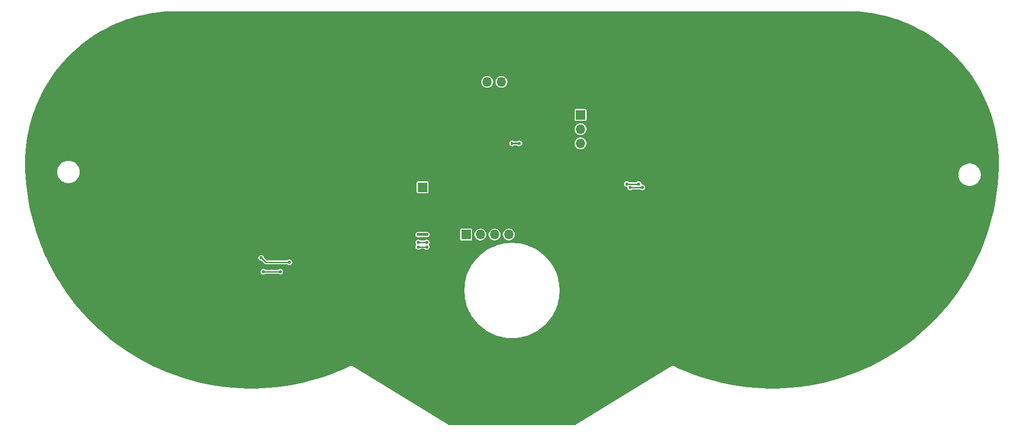
<source format=gbr>
%TF.GenerationSoftware,KiCad,Pcbnew,9.0.1*%
%TF.CreationDate,2025-05-07T21:08:06+02:00*%
%TF.ProjectId,hoofd nieuw V3,686f6f66-6420-46e6-9965-75772056332e,rev?*%
%TF.SameCoordinates,Original*%
%TF.FileFunction,Copper,L2,Bot*%
%TF.FilePolarity,Positive*%
%FSLAX46Y46*%
G04 Gerber Fmt 4.6, Leading zero omitted, Abs format (unit mm)*
G04 Created by KiCad (PCBNEW 9.0.1) date 2025-05-07 21:08:06*
%MOMM*%
%LPD*%
G01*
G04 APERTURE LIST*
%TA.AperFunction,ComponentPad*%
%ADD10R,1.700000X1.700000*%
%TD*%
%TA.AperFunction,ComponentPad*%
%ADD11O,1.700000X1.700000*%
%TD*%
%TA.AperFunction,ViaPad*%
%ADD12C,0.600000*%
%TD*%
%TA.AperFunction,Conductor*%
%ADD13C,0.250000*%
%TD*%
%TA.AperFunction,Conductor*%
%ADD14C,0.550000*%
%TD*%
%TA.AperFunction,Conductor*%
%ADD15C,0.300000*%
%TD*%
G04 APERTURE END LIST*
D10*
%TO.P,J4,1,Pin_1*%
%TO.N,GND*%
X132150000Y-33150000D03*
D11*
%TO.P,J4,2,Pin_2*%
%TO.N,Net-(J4-Pin_2)*%
X129610000Y-33150000D03*
%TO.P,J4,3,Pin_3*%
%TO.N,+3.3V*%
X127070000Y-33150000D03*
%TD*%
D10*
%TO.P,J3,1,Pin_1*%
%TO.N,+3.3V*%
X123310000Y-60450000D03*
D11*
%TO.P,J3,2,Pin_2*%
%TO.N,/SDA*%
X125850000Y-60450000D03*
%TO.P,J3,3,Pin_3*%
%TO.N,/SCL*%
X128390000Y-60450000D03*
%TO.P,J3,4,Pin_4*%
%TO.N,/mode*%
X130930000Y-60450000D03*
%TO.P,J3,5,Pin_5*%
%TO.N,GND*%
X133470000Y-60450000D03*
%TD*%
D10*
%TO.P,J2,1,Pin_1*%
%TO.N,+5V*%
X115525000Y-52000000D03*
D11*
%TO.P,J2,2,Pin_2*%
%TO.N,GND*%
X118065000Y-52000000D03*
%TD*%
D10*
%TO.P,J1,1,Pin_1*%
%TO.N,+3.3V*%
X143750000Y-39060000D03*
D11*
%TO.P,J1,2,Pin_2*%
%TO.N,/SCL*%
X143750000Y-41600000D03*
%TO.P,J1,3,Pin_3*%
%TO.N,/SDA*%
X143750000Y-44140000D03*
%TO.P,J1,4,Pin_4*%
%TO.N,GND*%
X143750000Y-46680000D03*
%TD*%
D12*
%TO.N,/SDA*%
X91715657Y-65415657D03*
X86700000Y-64600000D03*
%TO.N,/SCL*%
X90100000Y-67100000D03*
X87100000Y-67100000D03*
%TO.N,GND*%
X145500000Y-41500000D03*
X114300000Y-73200000D03*
X216000000Y-40000000D03*
X60675113Y-70000534D03*
X46000000Y-45000000D03*
X101000000Y-65000000D03*
X186000000Y-45000000D03*
X76000000Y-80000000D03*
X191000000Y-60000000D03*
X76000000Y-25000000D03*
X146000000Y-70000000D03*
X136000000Y-80000000D03*
X71000000Y-65000000D03*
X176000000Y-25000000D03*
X46000000Y-50000000D03*
X71000000Y-75000000D03*
X151000000Y-40000000D03*
X181000000Y-60000000D03*
X91000000Y-45000000D03*
X206000000Y-35000000D03*
X111000000Y-55000000D03*
X201000000Y-45000000D03*
X101000000Y-57500000D03*
X86000000Y-45000000D03*
X171000000Y-75000000D03*
X96000000Y-40000000D03*
X126000000Y-25000000D03*
X116000000Y-35000000D03*
X121000000Y-25000000D03*
X146000000Y-35000000D03*
X99800000Y-46600000D03*
X161000000Y-80000000D03*
X114400000Y-73800000D03*
X101000000Y-80000000D03*
X51000000Y-35000000D03*
X56000000Y-55000000D03*
X211000000Y-55000000D03*
X91000000Y-40000000D03*
X66000000Y-40000000D03*
X96000000Y-55000000D03*
X206000000Y-40000000D03*
X76000000Y-70000000D03*
X51000000Y-45000000D03*
X71000000Y-25000000D03*
X86000000Y-55000000D03*
X81000000Y-30000000D03*
X111000000Y-30000000D03*
X121000000Y-85000000D03*
X196000000Y-70000000D03*
X181000000Y-35000000D03*
X66000000Y-35000000D03*
X141000000Y-65000000D03*
X121000000Y-80000000D03*
X211000000Y-65000000D03*
X96000000Y-45000000D03*
X96000000Y-70000000D03*
X111000000Y-35000000D03*
X91000000Y-35000000D03*
X96000000Y-80000000D03*
X81000000Y-60000000D03*
X161000000Y-30000000D03*
X56000000Y-60000000D03*
X181000000Y-55000000D03*
X86000000Y-85000000D03*
X51000000Y-40000000D03*
X206000000Y-55000000D03*
X66000000Y-65000000D03*
X106000000Y-25000000D03*
X161000000Y-55000000D03*
X106000000Y-30000000D03*
X91000000Y-30000000D03*
X141000000Y-75000000D03*
X60675113Y-60000534D03*
X216000000Y-55000000D03*
X106000000Y-50000000D03*
X66000000Y-55000000D03*
X101000000Y-70000000D03*
X81000000Y-55000000D03*
X106000000Y-70000000D03*
X81000000Y-45000000D03*
X171000000Y-25000000D03*
X113800000Y-74800000D03*
X71000000Y-70000000D03*
X176000000Y-30000000D03*
X206000000Y-30000000D03*
X176000000Y-80000000D03*
X206000000Y-65000000D03*
X101000000Y-35000000D03*
X121660000Y-42820000D03*
X111000000Y-57500000D03*
X151000000Y-70000000D03*
X71000000Y-55000000D03*
X146000000Y-30000000D03*
X81000000Y-85000000D03*
X60675113Y-40000534D03*
X201000000Y-35000000D03*
X191000000Y-85000000D03*
X101000000Y-25000000D03*
X98800000Y-48500000D03*
X211000000Y-60000000D03*
X161000000Y-35000000D03*
X171000000Y-85000000D03*
X96000000Y-50000000D03*
X86000000Y-70000000D03*
X129700000Y-42800000D03*
X51000000Y-60000000D03*
X56000000Y-50000000D03*
X106000000Y-35000000D03*
X186000000Y-50000000D03*
X191000000Y-30000000D03*
X176000000Y-40000000D03*
X96000000Y-25000000D03*
X191000000Y-50000000D03*
X156000000Y-80000000D03*
X60675113Y-35000534D03*
X151000000Y-85000000D03*
X161000000Y-65000000D03*
X151000000Y-75000000D03*
X111000000Y-50000000D03*
X98200000Y-47000000D03*
X191000000Y-45000000D03*
X76000000Y-50000000D03*
X186000000Y-40000000D03*
X86000000Y-40000000D03*
X186000000Y-70000000D03*
X201000000Y-40000000D03*
X196000000Y-80000000D03*
X161300000Y-56200000D03*
X131000000Y-25000000D03*
X146000000Y-65000000D03*
X116400000Y-64500000D03*
X156000000Y-65000000D03*
X51000000Y-65000000D03*
X166000000Y-60000000D03*
X66000000Y-30000000D03*
X118990000Y-44300000D03*
X191000000Y-35000000D03*
X111000000Y-65000000D03*
X106000000Y-75000000D03*
X116000000Y-30000000D03*
X171000000Y-40000000D03*
X96000000Y-85000000D03*
X71000000Y-35000000D03*
X201000000Y-55000000D03*
X91000000Y-60000000D03*
X142450000Y-43270000D03*
X111000000Y-25000000D03*
X216000000Y-50000000D03*
X121000000Y-75000000D03*
X136000000Y-25000000D03*
X98200000Y-62700000D03*
X151000000Y-35000000D03*
X146500000Y-44000000D03*
X116000000Y-75000000D03*
X86000000Y-75000000D03*
X96000000Y-30000000D03*
X186000000Y-30000000D03*
X191000000Y-70000000D03*
X116000000Y-90000000D03*
X134000000Y-41500000D03*
X116300000Y-59630000D03*
X61000000Y-25000000D03*
X171000000Y-45000000D03*
X91000000Y-75000000D03*
X98300000Y-48200000D03*
X60675113Y-65000534D03*
X186000000Y-80000000D03*
X136000000Y-45000000D03*
X181000000Y-25000000D03*
X111000000Y-85000000D03*
X121000000Y-50000000D03*
X201000000Y-70000000D03*
X76000000Y-40000000D03*
X161000000Y-25000000D03*
X101000000Y-75000000D03*
X146000000Y-75000000D03*
X181000000Y-85000000D03*
X171000000Y-50000000D03*
X141000000Y-25000000D03*
X141000000Y-60000000D03*
X151000000Y-25000000D03*
X166000000Y-75000000D03*
X171000000Y-70000000D03*
X161000000Y-50000000D03*
X56000000Y-35000000D03*
X91000000Y-85000000D03*
X166000000Y-80000000D03*
X181000000Y-45000000D03*
X166000000Y-70000000D03*
X201000000Y-25000000D03*
X71000000Y-50000000D03*
X98600000Y-46500000D03*
X171000000Y-30000000D03*
X129700000Y-41300000D03*
X181000000Y-30000000D03*
X211000000Y-35000000D03*
X99200000Y-46500000D03*
X201000000Y-65000000D03*
X106000000Y-55000000D03*
X121000000Y-70000000D03*
X114300000Y-74400000D03*
X146500000Y-45000000D03*
X106000000Y-57500000D03*
X206000000Y-60000000D03*
X141000000Y-90000000D03*
X106000000Y-85000000D03*
X176000000Y-45000000D03*
X161000000Y-70000000D03*
X98100000Y-47600000D03*
X116000000Y-50000000D03*
X81000000Y-70000000D03*
X181000000Y-40000000D03*
X161000000Y-45000000D03*
X91000000Y-55000000D03*
X156000000Y-70000000D03*
X141000000Y-50000000D03*
X125100000Y-64200000D03*
X76000000Y-55000000D03*
X60675113Y-55000534D03*
X151000000Y-30000000D03*
X156000000Y-50000000D03*
X46000000Y-55000000D03*
X196000000Y-65000000D03*
X166000000Y-45000000D03*
X211000000Y-45000000D03*
X146820000Y-48220000D03*
X81000000Y-40000000D03*
X116000000Y-25000000D03*
X161900000Y-57200000D03*
X91000000Y-50000000D03*
X126000000Y-50000000D03*
X118990000Y-45600000D03*
X156000000Y-35000000D03*
X151000000Y-45000000D03*
X66000000Y-60000000D03*
X161400000Y-55600000D03*
X162500000Y-55200000D03*
X56000000Y-30000000D03*
X101430000Y-44790000D03*
X206000000Y-70000000D03*
X56000000Y-45000000D03*
X56000000Y-70000000D03*
X131000000Y-50000000D03*
X81000000Y-75000000D03*
X136000000Y-85000000D03*
X133290000Y-43380000D03*
X176000000Y-75000000D03*
X121000000Y-30000000D03*
X60675113Y-30000534D03*
X71000000Y-80000000D03*
X186000000Y-55000000D03*
X141000000Y-30000000D03*
X161000000Y-75000000D03*
X181000000Y-75000000D03*
X129600000Y-61100000D03*
X186000000Y-75000000D03*
X166000000Y-50000000D03*
X166000000Y-25000000D03*
X151000000Y-55000000D03*
X114710000Y-59620000D03*
X156000000Y-40000000D03*
X96000000Y-75000000D03*
X60675113Y-50000534D03*
X116000000Y-40000000D03*
X171000000Y-80000000D03*
X211000000Y-40000000D03*
X101000000Y-30000000D03*
X201000000Y-50000000D03*
X151000000Y-65000000D03*
X186000000Y-65000000D03*
X111000000Y-40000000D03*
X163000000Y-55500000D03*
X161400000Y-56800000D03*
X181000000Y-80000000D03*
X101000000Y-40000000D03*
X114260000Y-53200000D03*
X186000000Y-60000000D03*
X56000000Y-75000000D03*
X75160000Y-37200000D03*
X60675113Y-45000534D03*
X66000000Y-80000000D03*
X123200000Y-73400000D03*
X146000000Y-55000000D03*
X111000000Y-70000000D03*
X121000000Y-65000000D03*
X56000000Y-65000000D03*
X81000000Y-35000000D03*
X191000000Y-55000000D03*
X86000000Y-50000000D03*
X126000000Y-55000000D03*
X216000000Y-45000000D03*
X101000000Y-50000000D03*
X71000000Y-60000000D03*
X66000000Y-45000000D03*
X191000000Y-65000000D03*
X113200000Y-74800000D03*
X126000000Y-45000000D03*
X191000000Y-80000000D03*
X86000000Y-30000000D03*
X121000000Y-90000000D03*
X121000000Y-55000000D03*
X151000000Y-60000000D03*
X196000000Y-30000000D03*
X113800000Y-72800000D03*
X201000000Y-75000000D03*
X206000000Y-75000000D03*
X206000000Y-50000000D03*
X126000000Y-80000000D03*
X86000000Y-25000000D03*
X76000000Y-45000000D03*
X124700000Y-59600000D03*
X166000000Y-30000000D03*
X51000000Y-55000000D03*
X176000000Y-55000000D03*
X86000000Y-60000000D03*
X176000000Y-60000000D03*
X216000000Y-60000000D03*
X136000000Y-50000000D03*
X181000000Y-50000000D03*
X211000000Y-30000000D03*
X71000000Y-45000000D03*
X181000000Y-70000000D03*
X141000000Y-45000000D03*
X76000000Y-65000000D03*
X60675113Y-75000534D03*
X66000000Y-50000000D03*
X139710000Y-73630000D03*
X146000000Y-25000000D03*
X76000000Y-75000000D03*
X121790000Y-45150000D03*
X176000000Y-50000000D03*
X191000000Y-75000000D03*
X196000000Y-75000000D03*
X101000000Y-55000000D03*
X166000000Y-85000000D03*
X156000000Y-25000000D03*
X211000000Y-70000000D03*
X156000000Y-60000000D03*
X91000000Y-25000000D03*
X201000000Y-80000000D03*
X116400000Y-69100000D03*
X131000000Y-55000000D03*
X141000000Y-80000000D03*
X186000000Y-25000000D03*
X121000000Y-35000000D03*
X156000000Y-85000000D03*
X131000000Y-80000000D03*
X141000000Y-35000000D03*
X71000000Y-30000000D03*
X141000000Y-70000000D03*
X156000000Y-30000000D03*
X146000000Y-60000000D03*
X76000000Y-85000000D03*
X142000000Y-41500000D03*
X86000000Y-80000000D03*
X106000000Y-40000000D03*
X166000000Y-40000000D03*
X81000000Y-80000000D03*
X131000000Y-45000000D03*
X66000000Y-70000000D03*
X125500000Y-61900000D03*
X76000000Y-30000000D03*
X191000000Y-25000000D03*
X186000000Y-85000000D03*
X166000000Y-65000000D03*
X156000000Y-75000000D03*
X66000000Y-25000000D03*
X146000000Y-90000000D03*
X201000000Y-60000000D03*
X106000000Y-80000000D03*
X81000000Y-50000000D03*
X206000000Y-45000000D03*
X71000000Y-85000000D03*
X201000000Y-30000000D03*
X141000000Y-85000000D03*
X146000000Y-80000000D03*
X96000000Y-35000000D03*
X86000000Y-35000000D03*
X56000000Y-40000000D03*
X156000000Y-55000000D03*
X111000000Y-75000000D03*
X176000000Y-85000000D03*
X81000000Y-25000000D03*
X76000000Y-60000000D03*
X46000000Y-40000000D03*
X171000000Y-55000000D03*
X196000000Y-35000000D03*
X161900000Y-55200000D03*
X196000000Y-25000000D03*
X66000000Y-75000000D03*
X161000000Y-60000000D03*
X106000000Y-65000000D03*
X91000000Y-80000000D03*
X136000000Y-55000000D03*
%TO.N,+3.3V*%
X114775000Y-60450000D03*
X116275000Y-60450000D03*
%TO.N,/SDA*%
X152640523Y-52029477D03*
X131525000Y-44140000D03*
X154786105Y-52025000D03*
X114775000Y-61860000D03*
X132825000Y-44140000D03*
X116275000Y-61860000D03*
%TO.N,/SCL*%
X154131185Y-51398815D03*
X116275000Y-62660003D03*
X114775000Y-62660003D03*
X152010523Y-51399477D03*
%TD*%
D13*
%TO.N,/SCL*%
X87100000Y-67100000D02*
X90100000Y-67100000D01*
%TO.N,/SDA*%
X91715657Y-65415657D02*
X87515657Y-65415657D01*
X87515657Y-65415657D02*
X86700000Y-64600000D01*
D14*
%TO.N,+3.3V*%
X114775000Y-60450000D02*
X116275000Y-60450000D01*
D13*
%TO.N,/SDA*%
X116265000Y-61860000D02*
X116275000Y-61870000D01*
X154786105Y-52025000D02*
X152645000Y-52025000D01*
D15*
X132825000Y-44140000D02*
X131535000Y-44140000D01*
D13*
X114775000Y-61860000D02*
X116265000Y-61860000D01*
X116275000Y-61870000D02*
X116275000Y-61860000D01*
X152645000Y-52025000D02*
X152640523Y-52029477D01*
D15*
X131535000Y-44140000D02*
X131525000Y-44140000D01*
X131535000Y-44140000D02*
X131525000Y-44130000D01*
D13*
%TO.N,/SCL*%
X116265000Y-62660003D02*
X116275000Y-62670003D01*
X152011185Y-51398815D02*
X152010523Y-51399477D01*
X114775000Y-62660003D02*
X116265000Y-62660003D01*
X154131185Y-51398815D02*
X152011185Y-51398815D01*
X116275000Y-62670003D02*
X116275000Y-62660003D01*
%TD*%
%TA.AperFunction,Conductor*%
%TO.N,GND*%
G36*
X191501390Y-20500526D02*
G01*
X192506785Y-20519329D01*
X192512280Y-20519534D01*
X193514936Y-20575842D01*
X193520435Y-20576254D01*
X194520222Y-20670007D01*
X194525743Y-20670630D01*
X195521332Y-20801701D01*
X195526753Y-20802518D01*
X196516803Y-20970735D01*
X196522230Y-20971762D01*
X197505243Y-21176868D01*
X197510638Y-21178099D01*
X198485297Y-21419819D01*
X198490640Y-21421251D01*
X199455606Y-21699252D01*
X199460868Y-21700876D01*
X200414726Y-22014752D01*
X200419952Y-22016580D01*
X201361449Y-22365918D01*
X201366574Y-22367929D01*
X202294307Y-22752209D01*
X202299407Y-22754433D01*
X203212111Y-23173129D01*
X203217131Y-23175547D01*
X204113541Y-23628075D01*
X204118446Y-23630667D01*
X204997333Y-24116411D01*
X205002103Y-24119165D01*
X205862228Y-24637441D01*
X205866896Y-24640373D01*
X206454493Y-25025095D01*
X206707029Y-25190440D01*
X206711633Y-25193579D01*
X207530582Y-25774654D01*
X207535065Y-25777963D01*
X208331708Y-26389249D01*
X208336065Y-26392724D01*
X209109271Y-27033350D01*
X209113495Y-27036984D01*
X209862255Y-27706117D01*
X209866339Y-27709907D01*
X210589522Y-28406536D01*
X210593463Y-28410477D01*
X211290092Y-29133660D01*
X211293882Y-29137744D01*
X211963015Y-29886504D01*
X211966649Y-29890728D01*
X212607275Y-30663934D01*
X212610750Y-30668291D01*
X213222036Y-31464934D01*
X213225345Y-31469417D01*
X213806420Y-32288366D01*
X213809559Y-32292970D01*
X214359610Y-33133078D01*
X214362567Y-33137785D01*
X214773433Y-33819654D01*
X214880818Y-33997868D01*
X214883598Y-34002683D01*
X215015918Y-34242099D01*
X215369320Y-34881531D01*
X215371924Y-34886458D01*
X215824452Y-35782868D01*
X215826870Y-35787888D01*
X216245562Y-36700585D01*
X216247790Y-36705692D01*
X216632057Y-37633394D01*
X216634093Y-37638581D01*
X216983413Y-38580030D01*
X216985253Y-38585290D01*
X217299113Y-39539099D01*
X217300756Y-39544424D01*
X217578743Y-40509340D01*
X217580185Y-40514722D01*
X217821895Y-41489342D01*
X217823135Y-41494775D01*
X218028232Y-42477745D01*
X218029268Y-42483219D01*
X218197474Y-43473202D01*
X218198304Y-43478713D01*
X218329368Y-44474248D01*
X218329992Y-44479785D01*
X218423742Y-45479535D01*
X218424159Y-45485092D01*
X218480463Y-46487683D01*
X218480671Y-46493251D01*
X218499452Y-47497451D01*
X218499460Y-47502552D01*
X218479982Y-48756016D01*
X218479838Y-48760644D01*
X218421415Y-50013107D01*
X218421128Y-50017728D01*
X218323816Y-51267812D01*
X218323385Y-51272422D01*
X218187281Y-52518862D01*
X218186707Y-52523456D01*
X218011940Y-53765082D01*
X218011223Y-53769656D01*
X217797970Y-55005208D01*
X217797112Y-55009758D01*
X217545567Y-56238117D01*
X217544568Y-56242638D01*
X217254972Y-57462615D01*
X217253832Y-57467103D01*
X216926486Y-58677441D01*
X216925208Y-58681891D01*
X216560413Y-59881480D01*
X216558998Y-59885888D01*
X216157086Y-61073630D01*
X216155533Y-61077992D01*
X215716949Y-62252570D01*
X215715263Y-62256882D01*
X215240361Y-63417350D01*
X215238541Y-63421607D01*
X214727824Y-64566737D01*
X214725872Y-64570936D01*
X214179830Y-65699629D01*
X214177749Y-65703765D01*
X213596900Y-66814948D01*
X213594692Y-66819017D01*
X212979591Y-67911633D01*
X212977257Y-67915632D01*
X212328530Y-68988567D01*
X212326074Y-68992492D01*
X211644277Y-70044827D01*
X211641699Y-70048673D01*
X210927565Y-71079271D01*
X210924869Y-71083035D01*
X210179058Y-72090950D01*
X210176246Y-72094629D01*
X209399479Y-73078882D01*
X209396555Y-73082471D01*
X208589574Y-74042127D01*
X208586539Y-74045624D01*
X207750155Y-74979716D01*
X207747014Y-74983117D01*
X206881982Y-75890802D01*
X206878736Y-75894104D01*
X205985922Y-76774472D01*
X205982575Y-76777671D01*
X205062854Y-77629860D01*
X205059409Y-77632954D01*
X204113646Y-78456163D01*
X204110107Y-78459148D01*
X203139234Y-79252566D01*
X203135604Y-79255440D01*
X202140515Y-80018335D01*
X202136797Y-80021094D01*
X201118527Y-80752673D01*
X201114725Y-80755316D01*
X200074189Y-81454921D01*
X200070307Y-81457444D01*
X199008573Y-82124361D01*
X199004615Y-82126763D01*
X197922621Y-82760399D01*
X197918590Y-82762676D01*
X196817461Y-83362371D01*
X196813361Y-83364522D01*
X195694135Y-83929714D01*
X195689970Y-83931737D01*
X194553696Y-84461895D01*
X194549470Y-84463787D01*
X193397305Y-84958370D01*
X193393023Y-84960130D01*
X192226027Y-85418686D01*
X192221692Y-85420312D01*
X191041026Y-85842381D01*
X191036642Y-85843872D01*
X189843425Y-86229056D01*
X189838997Y-86230410D01*
X188634373Y-86578340D01*
X188629906Y-86579555D01*
X187415076Y-86889883D01*
X187410573Y-86890959D01*
X186186689Y-87163392D01*
X186182154Y-87164328D01*
X184950373Y-87398607D01*
X184945812Y-87399401D01*
X183707392Y-87595289D01*
X183702808Y-87595942D01*
X182458829Y-87753266D01*
X182454227Y-87753775D01*
X181206008Y-87872367D01*
X181201393Y-87872733D01*
X179950101Y-87952487D01*
X179945476Y-87952710D01*
X178692287Y-87993546D01*
X178687658Y-87993625D01*
X177433808Y-87995506D01*
X177429178Y-87995441D01*
X176175872Y-87958363D01*
X176171247Y-87958154D01*
X174919725Y-87882155D01*
X174915108Y-87881803D01*
X173666505Y-87766951D01*
X173661902Y-87766455D01*
X172417493Y-87612868D01*
X172412907Y-87612229D01*
X171173911Y-87420058D01*
X171169347Y-87419278D01*
X169936861Y-87188693D01*
X169932324Y-87187771D01*
X168707611Y-86919007D01*
X168703104Y-86917944D01*
X167487351Y-86611261D01*
X167482880Y-86610059D01*
X166277247Y-86265753D01*
X166272815Y-86264413D01*
X165078408Y-85882796D01*
X165074021Y-85881318D01*
X163892125Y-85462804D01*
X163887784Y-85461191D01*
X162719407Y-85006133D01*
X162715120Y-85004386D01*
X161561462Y-84513255D01*
X161557230Y-84511375D01*
X160429667Y-83989394D01*
X160427894Y-83988559D01*
X160424556Y-83986960D01*
X160380410Y-83963052D01*
X160368902Y-83960301D01*
X160358011Y-83955085D01*
X160357929Y-83955057D01*
X160308344Y-83945659D01*
X160301468Y-83944187D01*
X160252232Y-83932423D01*
X160240219Y-83932750D01*
X160228455Y-83930521D01*
X160174650Y-83934536D01*
X160171114Y-83934633D01*
X160171105Y-83934634D01*
X160120492Y-83936015D01*
X160108975Y-83939439D01*
X160097037Y-83940331D01*
X160046118Y-83958131D01*
X160042717Y-83959143D01*
X160042710Y-83959146D01*
X159994180Y-83973578D01*
X159994177Y-83973579D01*
X159983937Y-83979868D01*
X159972635Y-83983821D01*
X159928022Y-84014217D01*
X159925019Y-84016062D01*
X142894436Y-94477460D01*
X142820507Y-94499445D01*
X142816448Y-94499500D01*
X120183551Y-94499500D01*
X120109051Y-94479538D01*
X120105563Y-94477460D01*
X103075060Y-84016115D01*
X103072064Y-84014274D01*
X103027367Y-83983820D01*
X103016036Y-83979858D01*
X103012114Y-83977449D01*
X103005817Y-83973581D01*
X102957385Y-83959178D01*
X102950717Y-83957023D01*
X102902965Y-83940330D01*
X102902963Y-83940329D01*
X102902958Y-83940328D01*
X102890991Y-83939434D01*
X102879501Y-83936018D01*
X102825509Y-83934546D01*
X102821985Y-83934283D01*
X102821959Y-83934282D01*
X102774802Y-83930763D01*
X102771547Y-83930520D01*
X102771546Y-83930520D01*
X102771537Y-83930520D01*
X102759754Y-83932752D01*
X102747766Y-83932427D01*
X102695211Y-83944984D01*
X102691742Y-83945642D01*
X102691727Y-83945646D01*
X102642067Y-83955057D01*
X102641998Y-83955080D01*
X102631083Y-83960308D01*
X102619589Y-83963055D01*
X102575482Y-83986941D01*
X102572147Y-83988539D01*
X102571972Y-83988571D01*
X102570375Y-83989373D01*
X101442771Y-84511373D01*
X101438539Y-84513253D01*
X100284881Y-85004384D01*
X100280594Y-85006131D01*
X99112216Y-85461189D01*
X99107875Y-85462802D01*
X97925980Y-85881316D01*
X97921593Y-85882794D01*
X96727186Y-86264412D01*
X96722754Y-86265752D01*
X95517121Y-86610058D01*
X95512650Y-86611260D01*
X94296896Y-86917942D01*
X94292389Y-86919005D01*
X93067677Y-87187769D01*
X93063140Y-87188691D01*
X91830654Y-87419277D01*
X91826090Y-87420057D01*
X90587094Y-87612228D01*
X90582508Y-87612867D01*
X89338099Y-87766454D01*
X89333496Y-87766950D01*
X88084892Y-87881802D01*
X88080275Y-87882154D01*
X86828754Y-87958153D01*
X86824129Y-87958362D01*
X85570823Y-87995440D01*
X85566193Y-87995505D01*
X84312342Y-87993624D01*
X84307713Y-87993545D01*
X83054522Y-87952709D01*
X83049900Y-87952486D01*
X82964591Y-87947048D01*
X81798609Y-87872733D01*
X81793994Y-87872367D01*
X80545773Y-87753774D01*
X80541171Y-87753265D01*
X79297193Y-87595941D01*
X79292609Y-87595288D01*
X78054189Y-87399400D01*
X78049628Y-87398606D01*
X76817846Y-87164327D01*
X76813311Y-87163391D01*
X75589427Y-86890958D01*
X75584924Y-86889882D01*
X74370103Y-86579557D01*
X74365636Y-86578342D01*
X73160995Y-86230407D01*
X73156567Y-86229053D01*
X71963359Y-85843871D01*
X71958975Y-85842380D01*
X70778309Y-85420311D01*
X70773974Y-85418685D01*
X69606977Y-84960130D01*
X69602695Y-84958370D01*
X68450530Y-84463787D01*
X68446304Y-84461895D01*
X67310030Y-83931737D01*
X67305865Y-83929714D01*
X66186640Y-83364523D01*
X66182540Y-83362372D01*
X66182538Y-83362371D01*
X65481405Y-82980520D01*
X65081411Y-82762675D01*
X65077380Y-82760398D01*
X63995385Y-82126763D01*
X63991427Y-82124361D01*
X62929693Y-81457444D01*
X62925811Y-81454921D01*
X61885275Y-80755316D01*
X61881473Y-80752673D01*
X60863203Y-80021094D01*
X60859485Y-80018335D01*
X59864396Y-79255440D01*
X59860766Y-79252566D01*
X58889893Y-78459147D01*
X58886354Y-78456162D01*
X57940591Y-77632954D01*
X57937146Y-77629860D01*
X57649462Y-77363300D01*
X57017423Y-76777669D01*
X57014078Y-76774472D01*
X56121264Y-75894104D01*
X56118018Y-75890802D01*
X55654100Y-75404009D01*
X55252957Y-74983086D01*
X55249905Y-74979782D01*
X54413431Y-74045590D01*
X54410427Y-74042127D01*
X53603461Y-73082491D01*
X53600536Y-73078902D01*
X53600520Y-73078882D01*
X52823728Y-72094594D01*
X52820928Y-72090929D01*
X52223571Y-71283641D01*
X52075115Y-71083014D01*
X52072450Y-71079292D01*
X51443567Y-70171722D01*
X122999500Y-70171722D01*
X122999500Y-70728277D01*
X123035899Y-71283644D01*
X123108544Y-71835434D01*
X123217125Y-72381299D01*
X123217126Y-72381303D01*
X123361168Y-72918878D01*
X123361169Y-72918881D01*
X123361171Y-72918887D01*
X123540070Y-73445906D01*
X123753054Y-73960096D01*
X123793507Y-74042127D01*
X123999205Y-74459243D01*
X123999207Y-74459246D01*
X124277490Y-74941247D01*
X124277491Y-74941249D01*
X124420786Y-75155704D01*
X124586695Y-75404004D01*
X124925504Y-75845549D01*
X125292467Y-76263989D01*
X125686011Y-76657533D01*
X126104451Y-77024496D01*
X126545996Y-77363305D01*
X126821627Y-77547475D01*
X127008750Y-77672508D01*
X127008752Y-77672509D01*
X127008754Y-77672510D01*
X127490745Y-77950788D01*
X127490752Y-77950791D01*
X127490753Y-77950792D01*
X127490756Y-77950794D01*
X127671491Y-78039922D01*
X127989904Y-78196946D01*
X128504094Y-78409930D01*
X129031113Y-78588829D01*
X129568704Y-78732876D01*
X130114565Y-78841455D01*
X130666355Y-78914100D01*
X130781712Y-78921660D01*
X131221722Y-78950500D01*
X131221736Y-78950500D01*
X131778264Y-78950500D01*
X131778278Y-78950500D01*
X132247125Y-78919770D01*
X132333644Y-78914100D01*
X132747486Y-78859616D01*
X132885435Y-78841455D01*
X133431296Y-78732876D01*
X133968887Y-78588829D01*
X134495906Y-78409930D01*
X135010096Y-78196946D01*
X135509255Y-77950788D01*
X135991246Y-77672510D01*
X136454004Y-77363305D01*
X136895549Y-77024496D01*
X137313989Y-76657533D01*
X137707533Y-76263989D01*
X138074496Y-75845549D01*
X138413305Y-75404004D01*
X138722510Y-74941246D01*
X139000788Y-74459255D01*
X139246946Y-73960096D01*
X139459930Y-73445906D01*
X139638829Y-72918887D01*
X139782876Y-72381296D01*
X139891455Y-71835435D01*
X139964100Y-71283641D01*
X140000500Y-70728278D01*
X140000500Y-70171722D01*
X139964100Y-69616359D01*
X139964100Y-69616355D01*
X139891455Y-69064565D01*
X139876738Y-68990578D01*
X139782876Y-68518704D01*
X139638829Y-67981113D01*
X139459930Y-67454094D01*
X139246946Y-66939904D01*
X139079077Y-66599500D01*
X139000794Y-66440756D01*
X139000792Y-66440753D01*
X139000791Y-66440752D01*
X139000788Y-66440745D01*
X138722510Y-65958754D01*
X138722509Y-65958752D01*
X138722508Y-65958750D01*
X138597475Y-65771627D01*
X138413305Y-65495996D01*
X138074496Y-65054451D01*
X137707533Y-64636011D01*
X137313989Y-64242467D01*
X136895549Y-63875504D01*
X136454004Y-63536695D01*
X136151069Y-63334280D01*
X135991249Y-63227491D01*
X135991247Y-63227490D01*
X135572113Y-62985503D01*
X135509255Y-62949212D01*
X135509252Y-62949210D01*
X135509246Y-62949207D01*
X135509243Y-62949205D01*
X135169302Y-62781565D01*
X135010096Y-62703054D01*
X134495906Y-62490070D01*
X134495904Y-62490069D01*
X133968881Y-62311169D01*
X133968878Y-62311168D01*
X133464754Y-62176089D01*
X133431296Y-62167124D01*
X133248523Y-62130768D01*
X132885434Y-62058544D01*
X132333644Y-61985899D01*
X131807116Y-61951390D01*
X131778278Y-61949500D01*
X131221722Y-61949500D01*
X130666355Y-61985899D01*
X130114565Y-62058544D01*
X129661319Y-62148701D01*
X129568704Y-62167124D01*
X129568701Y-62167124D01*
X129568700Y-62167125D01*
X129568696Y-62167126D01*
X129031121Y-62311168D01*
X129031118Y-62311169D01*
X128504095Y-62490069D01*
X128504093Y-62490070D01*
X127989913Y-62703050D01*
X127989902Y-62703055D01*
X127490756Y-62949205D01*
X127490753Y-62949207D01*
X127008752Y-63227490D01*
X127008750Y-63227491D01*
X126545990Y-63536699D01*
X126104455Y-63875500D01*
X126104449Y-63875505D01*
X125686006Y-64242471D01*
X125292471Y-64636006D01*
X124925505Y-65054449D01*
X124925500Y-65054455D01*
X124586699Y-65495990D01*
X124277491Y-65958750D01*
X124277490Y-65958752D01*
X123999207Y-66440753D01*
X123999205Y-66440756D01*
X123753055Y-66939902D01*
X123753050Y-66939913D01*
X123540070Y-67454093D01*
X123540069Y-67454095D01*
X123361169Y-67981118D01*
X123361168Y-67981121D01*
X123217126Y-68518696D01*
X123217125Y-68518700D01*
X123108544Y-69064565D01*
X123035899Y-69616355D01*
X122999500Y-70171722D01*
X51443567Y-70171722D01*
X51358275Y-70048634D01*
X51355748Y-70044864D01*
X50673912Y-68992471D01*
X50671484Y-68988590D01*
X50022743Y-67915632D01*
X50020409Y-67911633D01*
X49845253Y-67600500D01*
X49526395Y-67034106D01*
X86599500Y-67034106D01*
X86599500Y-67034108D01*
X86599500Y-67165892D01*
X86633608Y-67293186D01*
X86633609Y-67293187D01*
X86699497Y-67407310D01*
X86699498Y-67407311D01*
X86699500Y-67407314D01*
X86792686Y-67500500D01*
X86906814Y-67566392D01*
X87034108Y-67600500D01*
X87165892Y-67600500D01*
X87293186Y-67566392D01*
X87407314Y-67500500D01*
X87438674Y-67469139D01*
X87505467Y-67430577D01*
X87544031Y-67425500D01*
X89655969Y-67425500D01*
X89730469Y-67445462D01*
X89761323Y-67469137D01*
X89792686Y-67500500D01*
X89906814Y-67566392D01*
X90034108Y-67600500D01*
X90165892Y-67600500D01*
X90293186Y-67566392D01*
X90407314Y-67500500D01*
X90500500Y-67407314D01*
X90566392Y-67293186D01*
X90600500Y-67165892D01*
X90600500Y-67034108D01*
X90566392Y-66906814D01*
X90500500Y-66792686D01*
X90407314Y-66699500D01*
X90407311Y-66699498D01*
X90407310Y-66699497D01*
X90336514Y-66658623D01*
X90293186Y-66633608D01*
X90165892Y-66599500D01*
X90034108Y-66599500D01*
X89906814Y-66633608D01*
X89906812Y-66633608D01*
X89906812Y-66633609D01*
X89792689Y-66699497D01*
X89792688Y-66699498D01*
X89792686Y-66699499D01*
X89792686Y-66699500D01*
X89761325Y-66730860D01*
X89694533Y-66769423D01*
X89655969Y-66774500D01*
X87544031Y-66774500D01*
X87469531Y-66754538D01*
X87438676Y-66730862D01*
X87407314Y-66699500D01*
X87407311Y-66699498D01*
X87407310Y-66699497D01*
X87336514Y-66658623D01*
X87293186Y-66633608D01*
X87165892Y-66599500D01*
X87034108Y-66599500D01*
X86906814Y-66633608D01*
X86906812Y-66633608D01*
X86906812Y-66633609D01*
X86792689Y-66699497D01*
X86699497Y-66792689D01*
X86633609Y-66906812D01*
X86599500Y-67034106D01*
X49526395Y-67034106D01*
X49405301Y-66819005D01*
X49403100Y-66814948D01*
X49342750Y-66699497D01*
X48822246Y-65703754D01*
X48820171Y-65699629D01*
X48776251Y-65608844D01*
X48274115Y-64570909D01*
X48272188Y-64566764D01*
X48257623Y-64534106D01*
X86199500Y-64534106D01*
X86199500Y-64534108D01*
X86199500Y-64665892D01*
X86233608Y-64793186D01*
X86233609Y-64793187D01*
X86299497Y-64907310D01*
X86299498Y-64907311D01*
X86299500Y-64907314D01*
X86392686Y-65000500D01*
X86506814Y-65066392D01*
X86634108Y-65100500D01*
X86678455Y-65100500D01*
X86752955Y-65120462D01*
X86783814Y-65144141D01*
X87315795Y-65676122D01*
X87390018Y-65718975D01*
X87472804Y-65741157D01*
X87558510Y-65741157D01*
X91271626Y-65741157D01*
X91346126Y-65761119D01*
X91376980Y-65784794D01*
X91408343Y-65816157D01*
X91522471Y-65882049D01*
X91649765Y-65916157D01*
X91781549Y-65916157D01*
X91908843Y-65882049D01*
X92022971Y-65816157D01*
X92116157Y-65722971D01*
X92182049Y-65608843D01*
X92216157Y-65481549D01*
X92216157Y-65349765D01*
X92182049Y-65222471D01*
X92116157Y-65108343D01*
X92022971Y-65015157D01*
X92022968Y-65015155D01*
X92022967Y-65015154D01*
X91929440Y-64961157D01*
X91908843Y-64949265D01*
X91781549Y-64915157D01*
X91649765Y-64915157D01*
X91522471Y-64949265D01*
X91522469Y-64949265D01*
X91522469Y-64949266D01*
X91408346Y-65015154D01*
X91408345Y-65015155D01*
X91408343Y-65015156D01*
X91408343Y-65015157D01*
X91376982Y-65046517D01*
X91310190Y-65085080D01*
X91271626Y-65090157D01*
X87712202Y-65090157D01*
X87637702Y-65070195D01*
X87606843Y-65046516D01*
X87244141Y-64683814D01*
X87205577Y-64617019D01*
X87200500Y-64578455D01*
X87200500Y-64534108D01*
X87200499Y-64534106D01*
X87166392Y-64406814D01*
X87100500Y-64292686D01*
X87007314Y-64199500D01*
X87007311Y-64199498D01*
X87007310Y-64199497D01*
X86936514Y-64158623D01*
X86893186Y-64133608D01*
X86765892Y-64099500D01*
X86634108Y-64099500D01*
X86506814Y-64133608D01*
X86506812Y-64133608D01*
X86506812Y-64133609D01*
X86392689Y-64199497D01*
X86299497Y-64292689D01*
X86233609Y-64406812D01*
X86199500Y-64534106D01*
X48257623Y-64534106D01*
X47761457Y-63421604D01*
X47759639Y-63417350D01*
X47725644Y-63334280D01*
X47284720Y-62256840D01*
X47283068Y-62252613D01*
X47111863Y-61794106D01*
X114274500Y-61794106D01*
X114274500Y-61794108D01*
X114274500Y-61925892D01*
X114308608Y-62053186D01*
X114311702Y-62058545D01*
X114374496Y-62167308D01*
X114374500Y-62167314D01*
X114374503Y-62167317D01*
X114376017Y-62169290D01*
X114376972Y-62171597D01*
X114379383Y-62175772D01*
X114378833Y-62176089D01*
X114405535Y-62240546D01*
X114395472Y-62317015D01*
X114376021Y-62350706D01*
X114374500Y-62352686D01*
X114308609Y-62466815D01*
X114308608Y-62466817D01*
X114292778Y-62525893D01*
X114274500Y-62594109D01*
X114274500Y-62594111D01*
X114274500Y-62725895D01*
X114308608Y-62853189D01*
X114308609Y-62853190D01*
X114374497Y-62967313D01*
X114374498Y-62967314D01*
X114374500Y-62967317D01*
X114467686Y-63060503D01*
X114581814Y-63126395D01*
X114709108Y-63160503D01*
X114840892Y-63160503D01*
X114968186Y-63126395D01*
X115082314Y-63060503D01*
X115113674Y-63029142D01*
X115180467Y-62990580D01*
X115219031Y-62985503D01*
X115830969Y-62985503D01*
X115905469Y-63005465D01*
X115936323Y-63029140D01*
X115967686Y-63060503D01*
X116081814Y-63126395D01*
X116209108Y-63160503D01*
X116340892Y-63160503D01*
X116468186Y-63126395D01*
X116582314Y-63060503D01*
X116675500Y-62967317D01*
X116741392Y-62853189D01*
X116775500Y-62725895D01*
X116775500Y-62594111D01*
X116741392Y-62466817D01*
X116675500Y-62352689D01*
X116675499Y-62352687D01*
X116673984Y-62350713D01*
X116673030Y-62348410D01*
X116670617Y-62344231D01*
X116671167Y-62343913D01*
X116644464Y-62279458D01*
X116654527Y-62202989D01*
X116673988Y-62169283D01*
X116675493Y-62167320D01*
X116675500Y-62167314D01*
X116741392Y-62053186D01*
X116775500Y-61925892D01*
X116775500Y-61794108D01*
X116741392Y-61666814D01*
X116675500Y-61552686D01*
X116582314Y-61459500D01*
X116582311Y-61459498D01*
X116582310Y-61459497D01*
X116511514Y-61418623D01*
X116468186Y-61393608D01*
X116340892Y-61359500D01*
X116209108Y-61359500D01*
X116081814Y-61393608D01*
X116081812Y-61393608D01*
X116081812Y-61393609D01*
X115967689Y-61459497D01*
X115967688Y-61459498D01*
X115967686Y-61459499D01*
X115967686Y-61459500D01*
X115936325Y-61490860D01*
X115869533Y-61529423D01*
X115830969Y-61534500D01*
X115219031Y-61534500D01*
X115144531Y-61514538D01*
X115113676Y-61490862D01*
X115082314Y-61459500D01*
X115082311Y-61459498D01*
X115082310Y-61459497D01*
X115011514Y-61418623D01*
X114968186Y-61393608D01*
X114840892Y-61359500D01*
X114709108Y-61359500D01*
X114581814Y-61393608D01*
X114581812Y-61393608D01*
X114581812Y-61393609D01*
X114467689Y-61459497D01*
X114374497Y-61552689D01*
X114308609Y-61666812D01*
X114274500Y-61794106D01*
X47111863Y-61794106D01*
X46844452Y-61077950D01*
X46842928Y-61073671D01*
X46609591Y-60384106D01*
X114274500Y-60384106D01*
X114274500Y-60384108D01*
X114274500Y-60515892D01*
X114308608Y-60643186D01*
X114308609Y-60643187D01*
X114374497Y-60757310D01*
X114374498Y-60757311D01*
X114374500Y-60757314D01*
X114467686Y-60850500D01*
X114581814Y-60916392D01*
X114709108Y-60950500D01*
X114840892Y-60950500D01*
X114877128Y-60940790D01*
X114915247Y-60930577D01*
X114953811Y-60925500D01*
X116096189Y-60925500D01*
X116134753Y-60930577D01*
X116209104Y-60950499D01*
X116209108Y-60950500D01*
X116340892Y-60950500D01*
X116468186Y-60916392D01*
X116582314Y-60850500D01*
X116675500Y-60757314D01*
X116741392Y-60643186D01*
X116775500Y-60515892D01*
X116775500Y-60384108D01*
X116741392Y-60256814D01*
X116691360Y-60170157D01*
X116675502Y-60142689D01*
X116675501Y-60142688D01*
X116675500Y-60142686D01*
X116582314Y-60049500D01*
X116582311Y-60049498D01*
X116582310Y-60049497D01*
X116511514Y-60008623D01*
X116468186Y-59983608D01*
X116340892Y-59949500D01*
X116209108Y-59949500D01*
X116209104Y-59949500D01*
X116134753Y-59969423D01*
X116096189Y-59974500D01*
X114953811Y-59974500D01*
X114915247Y-59969423D01*
X114840895Y-59949500D01*
X114840892Y-59949500D01*
X114709108Y-59949500D01*
X114581814Y-59983608D01*
X114581812Y-59983608D01*
X114581812Y-59983609D01*
X114467689Y-60049497D01*
X114374497Y-60142689D01*
X114308609Y-60256812D01*
X114274500Y-60384106D01*
X46609591Y-60384106D01*
X46440996Y-59885870D01*
X46439587Y-59881480D01*
X46358941Y-59616283D01*
X46347984Y-59580251D01*
X122259500Y-59580251D01*
X122259500Y-61319748D01*
X122271132Y-61378230D01*
X122271133Y-61378231D01*
X122315448Y-61444552D01*
X122381769Y-61488867D01*
X122440252Y-61500500D01*
X124179748Y-61500500D01*
X124238231Y-61488867D01*
X124304552Y-61444552D01*
X124348867Y-61378231D01*
X124360500Y-61319748D01*
X124360500Y-60346534D01*
X124799500Y-60346534D01*
X124799500Y-60553465D01*
X124817346Y-60643186D01*
X124839870Y-60756420D01*
X124853455Y-60789219D01*
X124919057Y-60947596D01*
X125034022Y-61119654D01*
X125180345Y-61265977D01*
X125352403Y-61380942D01*
X125431591Y-61413742D01*
X125543580Y-61460130D01*
X125746535Y-61500500D01*
X125953465Y-61500500D01*
X126156420Y-61460130D01*
X126347598Y-61380941D01*
X126519655Y-61265977D01*
X126665977Y-61119655D01*
X126780941Y-60947598D01*
X126860130Y-60756420D01*
X126900500Y-60553465D01*
X126900500Y-60346535D01*
X126900500Y-60346534D01*
X127339500Y-60346534D01*
X127339500Y-60553465D01*
X127357346Y-60643186D01*
X127379870Y-60756420D01*
X127393455Y-60789219D01*
X127459057Y-60947596D01*
X127574022Y-61119654D01*
X127720345Y-61265977D01*
X127892403Y-61380942D01*
X127971591Y-61413742D01*
X128083580Y-61460130D01*
X128286535Y-61500500D01*
X128493465Y-61500500D01*
X128696420Y-61460130D01*
X128887598Y-61380941D01*
X129059655Y-61265977D01*
X129205977Y-61119655D01*
X129320941Y-60947598D01*
X129400130Y-60756420D01*
X129440500Y-60553465D01*
X129440500Y-60346535D01*
X129440500Y-60346534D01*
X129879500Y-60346534D01*
X129879500Y-60553465D01*
X129897346Y-60643186D01*
X129919870Y-60756420D01*
X129933455Y-60789219D01*
X129999057Y-60947596D01*
X130114022Y-61119654D01*
X130260345Y-61265977D01*
X130432403Y-61380942D01*
X130511591Y-61413742D01*
X130623580Y-61460130D01*
X130826535Y-61500500D01*
X131033465Y-61500500D01*
X131236420Y-61460130D01*
X131427598Y-61380941D01*
X131599655Y-61265977D01*
X131745977Y-61119655D01*
X131860941Y-60947598D01*
X131940130Y-60756420D01*
X131980500Y-60553465D01*
X131980500Y-60346535D01*
X131940130Y-60143580D01*
X131893742Y-60031591D01*
X131860942Y-59952403D01*
X131745977Y-59780345D01*
X131599654Y-59634022D01*
X131427596Y-59519057D01*
X131269219Y-59453455D01*
X131236420Y-59439870D01*
X131236418Y-59439869D01*
X131236417Y-59439869D01*
X131033465Y-59399500D01*
X130826535Y-59399500D01*
X130623582Y-59439869D01*
X130432403Y-59519057D01*
X130260345Y-59634022D01*
X130114022Y-59780345D01*
X129999057Y-59952403D01*
X129919869Y-60143582D01*
X129879500Y-60346534D01*
X129440500Y-60346534D01*
X129400130Y-60143580D01*
X129353742Y-60031591D01*
X129320942Y-59952403D01*
X129205977Y-59780345D01*
X129059654Y-59634022D01*
X128887596Y-59519057D01*
X128729219Y-59453455D01*
X128696420Y-59439870D01*
X128696418Y-59439869D01*
X128696417Y-59439869D01*
X128493465Y-59399500D01*
X128286535Y-59399500D01*
X128083582Y-59439869D01*
X127892403Y-59519057D01*
X127720345Y-59634022D01*
X127574022Y-59780345D01*
X127459057Y-59952403D01*
X127379869Y-60143582D01*
X127339500Y-60346534D01*
X126900500Y-60346534D01*
X126860130Y-60143580D01*
X126813742Y-60031591D01*
X126780942Y-59952403D01*
X126665977Y-59780345D01*
X126519654Y-59634022D01*
X126347596Y-59519057D01*
X126189219Y-59453455D01*
X126156420Y-59439870D01*
X126156418Y-59439869D01*
X126156417Y-59439869D01*
X125953465Y-59399500D01*
X125746535Y-59399500D01*
X125543582Y-59439869D01*
X125352403Y-59519057D01*
X125180345Y-59634022D01*
X125034022Y-59780345D01*
X124919057Y-59952403D01*
X124839869Y-60143582D01*
X124799500Y-60346534D01*
X124360500Y-60346534D01*
X124360500Y-59580252D01*
X124348867Y-59521769D01*
X124304552Y-59455448D01*
X124238231Y-59411133D01*
X124238230Y-59411132D01*
X124179748Y-59399500D01*
X122440252Y-59399500D01*
X122381769Y-59411132D01*
X122315448Y-59455448D01*
X122271132Y-59521769D01*
X122259500Y-59580251D01*
X46347984Y-59580251D01*
X46074792Y-58681891D01*
X46073514Y-58677441D01*
X45746168Y-57467103D01*
X45745028Y-57462615D01*
X45455419Y-56242582D01*
X45454445Y-56238173D01*
X45202883Y-55009733D01*
X45202030Y-55005208D01*
X45106790Y-54453402D01*
X44988770Y-53769616D01*
X44988066Y-53765121D01*
X44813288Y-52523417D01*
X44812724Y-52518902D01*
X44676613Y-51272405D01*
X44676184Y-51267812D01*
X44578870Y-50017711D01*
X44578585Y-50013107D01*
X44573048Y-49894415D01*
X44536872Y-49118878D01*
X44536872Y-49118876D01*
X50249500Y-49118876D01*
X50249500Y-49381123D01*
X50283728Y-49641107D01*
X50283728Y-49641110D01*
X50351600Y-49894415D01*
X50351600Y-49894416D01*
X50451959Y-50136701D01*
X50583078Y-50363806D01*
X50583078Y-50363807D01*
X50742715Y-50571848D01*
X50928151Y-50757284D01*
X51066969Y-50863803D01*
X51136197Y-50916924D01*
X51363303Y-51048043D01*
X51561770Y-51130251D01*
X51605583Y-51148399D01*
X51693332Y-51171910D01*
X51858884Y-51216270D01*
X51858890Y-51216270D01*
X51858891Y-51216271D01*
X51895834Y-51221134D01*
X52118877Y-51250499D01*
X52118878Y-51250500D01*
X52118880Y-51250500D01*
X52381122Y-51250500D01*
X52381122Y-51250499D01*
X52641108Y-51216271D01*
X52641110Y-51216271D01*
X52641111Y-51216270D01*
X52641116Y-51216270D01*
X52894415Y-51148399D01*
X52894416Y-51148399D01*
X52894417Y-51148398D01*
X52894419Y-51148398D01*
X52938230Y-51130251D01*
X114474500Y-51130251D01*
X114474500Y-52869748D01*
X114486132Y-52928230D01*
X114486133Y-52928231D01*
X114530448Y-52994552D01*
X114596769Y-53038867D01*
X114655252Y-53050500D01*
X116394748Y-53050500D01*
X116453231Y-53038867D01*
X116519552Y-52994552D01*
X116563867Y-52928231D01*
X116575500Y-52869748D01*
X116575500Y-51333583D01*
X151510023Y-51333583D01*
X151510023Y-51333585D01*
X151510023Y-51465369D01*
X151544131Y-51592663D01*
X151562512Y-51624500D01*
X151610020Y-51706787D01*
X151610021Y-51706788D01*
X151610023Y-51706791D01*
X151703209Y-51799977D01*
X151817337Y-51865869D01*
X151944631Y-51899977D01*
X151991023Y-51899977D01*
X152065523Y-51919939D01*
X152120061Y-51974477D01*
X152140023Y-52048977D01*
X152140023Y-52095369D01*
X152174131Y-52222663D01*
X152174132Y-52222664D01*
X152240020Y-52336787D01*
X152240021Y-52336788D01*
X152240023Y-52336791D01*
X152333209Y-52429977D01*
X152447337Y-52495869D01*
X152574631Y-52529977D01*
X152706415Y-52529977D01*
X152833709Y-52495869D01*
X152947837Y-52429977D01*
X152983674Y-52394139D01*
X153050467Y-52355577D01*
X153089031Y-52350500D01*
X154342074Y-52350500D01*
X154416574Y-52370462D01*
X154447428Y-52394137D01*
X154478791Y-52425500D01*
X154592919Y-52491392D01*
X154720213Y-52525500D01*
X154851997Y-52525500D01*
X154979291Y-52491392D01*
X155093419Y-52425500D01*
X155186605Y-52332314D01*
X155252497Y-52218186D01*
X155286605Y-52090892D01*
X155286605Y-51959108D01*
X155252497Y-51831814D01*
X155186605Y-51717686D01*
X155093419Y-51624500D01*
X155093416Y-51624498D01*
X155093415Y-51624497D01*
X155022619Y-51583623D01*
X154979291Y-51558608D01*
X154851997Y-51524500D01*
X154780685Y-51524500D01*
X154706185Y-51504538D01*
X154651647Y-51450000D01*
X154631685Y-51375500D01*
X154631685Y-51332923D01*
X154631684Y-51332921D01*
X154597577Y-51205629D01*
X154531685Y-51091501D01*
X154438499Y-50998315D01*
X154438496Y-50998313D01*
X154438495Y-50998312D01*
X154325519Y-50933086D01*
X154324371Y-50932423D01*
X154197077Y-50898315D01*
X154065293Y-50898315D01*
X153937999Y-50932423D01*
X153937997Y-50932423D01*
X153937997Y-50932424D01*
X153823874Y-50998312D01*
X153823873Y-50998313D01*
X153823871Y-50998314D01*
X153823871Y-50998315D01*
X153792510Y-51029675D01*
X153725718Y-51068238D01*
X153687154Y-51073315D01*
X152453892Y-51073315D01*
X152379392Y-51053353D01*
X152348537Y-51029677D01*
X152317837Y-50998977D01*
X152317834Y-50998975D01*
X152317833Y-50998974D01*
X152247037Y-50958100D01*
X152203709Y-50933085D01*
X152076415Y-50898977D01*
X151944631Y-50898977D01*
X151817337Y-50933085D01*
X151817335Y-50933085D01*
X151817335Y-50933086D01*
X151703212Y-50998974D01*
X151610020Y-51092166D01*
X151544514Y-51205627D01*
X151544131Y-51206291D01*
X151541457Y-51216271D01*
X151510023Y-51333583D01*
X116575500Y-51333583D01*
X116575500Y-51130252D01*
X116563867Y-51071769D01*
X116519552Y-51005448D01*
X116453231Y-50961133D01*
X116453230Y-50961132D01*
X116394748Y-50949500D01*
X114655252Y-50949500D01*
X114596769Y-50961132D01*
X114530448Y-51005448D01*
X114486132Y-51071769D01*
X114474500Y-51130251D01*
X52938230Y-51130251D01*
X53136697Y-51048043D01*
X53363803Y-50916924D01*
X53571848Y-50757284D01*
X53571849Y-50757284D01*
X53757284Y-50571849D01*
X53757284Y-50571848D01*
X53916921Y-50363807D01*
X53916921Y-50363806D01*
X53916924Y-50363803D01*
X54048043Y-50136697D01*
X54148398Y-49894419D01*
X54216270Y-49641116D01*
X54217540Y-49631462D01*
X54219198Y-49618876D01*
X211259500Y-49618876D01*
X211259500Y-49881123D01*
X211293728Y-50141107D01*
X211293728Y-50141110D01*
X211361600Y-50394415D01*
X211361600Y-50394416D01*
X211461959Y-50636701D01*
X211593078Y-50863806D01*
X211593078Y-50863807D01*
X211752715Y-51071848D01*
X211938151Y-51257284D01*
X212146193Y-51416921D01*
X212146197Y-51416924D01*
X212373303Y-51548043D01*
X212557879Y-51624497D01*
X212615583Y-51648399D01*
X212703332Y-51671910D01*
X212868884Y-51716270D01*
X212868890Y-51716270D01*
X212868891Y-51716271D01*
X212879639Y-51717686D01*
X213128877Y-51750499D01*
X213128878Y-51750500D01*
X213128880Y-51750500D01*
X213391122Y-51750500D01*
X213391122Y-51750499D01*
X213651108Y-51716271D01*
X213651110Y-51716271D01*
X213651111Y-51716270D01*
X213651116Y-51716270D01*
X213904415Y-51648399D01*
X213904416Y-51648399D01*
X213904417Y-51648398D01*
X213904419Y-51648398D01*
X214146697Y-51548043D01*
X214373803Y-51416924D01*
X214581848Y-51257284D01*
X214581849Y-51257284D01*
X214767284Y-51071849D01*
X214767284Y-51071848D01*
X214785551Y-51048043D01*
X214926924Y-50863803D01*
X215058043Y-50636697D01*
X215158398Y-50394419D01*
X215226270Y-50141116D01*
X215260500Y-49881120D01*
X215260500Y-49618880D01*
X215226270Y-49358884D01*
X215162515Y-49120945D01*
X215158399Y-49105584D01*
X215158399Y-49105583D01*
X215142752Y-49067809D01*
X215058043Y-48863303D01*
X214926924Y-48636197D01*
X214926921Y-48636193D01*
X214926921Y-48636192D01*
X214767284Y-48428151D01*
X214581848Y-48242715D01*
X214373806Y-48083078D01*
X214146701Y-47951959D01*
X214146699Y-47951958D01*
X214146697Y-47951957D01*
X214071154Y-47920666D01*
X213904416Y-47851600D01*
X213678255Y-47791002D01*
X213651116Y-47783730D01*
X213651114Y-47783729D01*
X213651108Y-47783728D01*
X213391123Y-47749500D01*
X213391120Y-47749500D01*
X213128880Y-47749500D01*
X213128876Y-47749500D01*
X212868892Y-47783728D01*
X212868889Y-47783728D01*
X212615584Y-47851600D01*
X212615583Y-47851600D01*
X212373298Y-47951959D01*
X212146193Y-48083078D01*
X212146192Y-48083078D01*
X211938151Y-48242715D01*
X211938151Y-48242716D01*
X211938149Y-48242718D01*
X211752718Y-48428149D01*
X211752716Y-48428151D01*
X211752715Y-48428151D01*
X211593078Y-48636192D01*
X211593078Y-48636193D01*
X211461959Y-48863298D01*
X211361600Y-49105583D01*
X211361600Y-49105584D01*
X211293728Y-49358889D01*
X211293728Y-49358892D01*
X211259500Y-49618876D01*
X54219198Y-49618876D01*
X54222401Y-49594553D01*
X54237548Y-49479495D01*
X54250500Y-49381120D01*
X54250500Y-49118880D01*
X54216270Y-48858884D01*
X54173242Y-48698302D01*
X54148399Y-48605584D01*
X54148399Y-48605583D01*
X54132752Y-48567809D01*
X54048043Y-48363303D01*
X53916924Y-48136197D01*
X53916921Y-48136193D01*
X53916921Y-48136192D01*
X53757284Y-47928151D01*
X53571848Y-47742715D01*
X53363806Y-47583078D01*
X53136701Y-47451959D01*
X53136699Y-47451958D01*
X53136697Y-47451957D01*
X53061154Y-47420666D01*
X52894416Y-47351600D01*
X52668255Y-47291002D01*
X52641116Y-47283730D01*
X52641114Y-47283729D01*
X52641108Y-47283728D01*
X52381123Y-47249500D01*
X52381120Y-47249500D01*
X52118880Y-47249500D01*
X52118876Y-47249500D01*
X51858892Y-47283728D01*
X51858889Y-47283728D01*
X51605584Y-47351600D01*
X51605583Y-47351600D01*
X51363298Y-47451959D01*
X51136193Y-47583078D01*
X51136192Y-47583078D01*
X50928151Y-47742715D01*
X50928151Y-47742716D01*
X50928149Y-47742718D01*
X50742718Y-47928149D01*
X50742716Y-47928151D01*
X50742715Y-47928151D01*
X50583078Y-48136192D01*
X50583078Y-48136193D01*
X50451959Y-48363298D01*
X50351600Y-48605583D01*
X50351600Y-48605584D01*
X50283728Y-48858889D01*
X50283728Y-48858892D01*
X50249500Y-49118876D01*
X44536872Y-49118876D01*
X44520162Y-48760644D01*
X44520018Y-48756016D01*
X44517680Y-48605584D01*
X44500540Y-47502510D01*
X44500548Y-47497411D01*
X44501398Y-47451959D01*
X44519329Y-46493212D01*
X44519534Y-46487721D01*
X44575842Y-45485059D01*
X44576254Y-45479568D01*
X44670008Y-44479771D01*
X44670631Y-44474248D01*
X44674177Y-44447314D01*
X44723310Y-44074106D01*
X131024500Y-44074106D01*
X131024500Y-44074108D01*
X131024500Y-44205892D01*
X131058608Y-44333186D01*
X131058609Y-44333187D01*
X131124497Y-44447310D01*
X131124498Y-44447311D01*
X131124500Y-44447314D01*
X131217686Y-44540500D01*
X131331814Y-44606392D01*
X131459108Y-44640500D01*
X131590892Y-44640500D01*
X131718186Y-44606392D01*
X131832314Y-44540500D01*
X131838674Y-44534139D01*
X131905467Y-44495577D01*
X131944031Y-44490500D01*
X132405969Y-44490500D01*
X132480469Y-44510462D01*
X132511323Y-44534137D01*
X132517686Y-44540500D01*
X132631814Y-44606392D01*
X132759108Y-44640500D01*
X132890892Y-44640500D01*
X133018186Y-44606392D01*
X133132314Y-44540500D01*
X133225500Y-44447314D01*
X133291392Y-44333186D01*
X133325500Y-44205892D01*
X133325500Y-44074108D01*
X133325499Y-44074104D01*
X133323804Y-44067776D01*
X133315432Y-44036534D01*
X142699500Y-44036534D01*
X142699500Y-44243465D01*
X142717346Y-44333186D01*
X142739870Y-44446420D01*
X142751397Y-44474248D01*
X142819057Y-44637596D01*
X142934022Y-44809654D01*
X143080345Y-44955977D01*
X143252403Y-45070942D01*
X143331591Y-45103742D01*
X143443580Y-45150130D01*
X143646535Y-45190500D01*
X143853465Y-45190500D01*
X144056420Y-45150130D01*
X144247598Y-45070941D01*
X144419655Y-44955977D01*
X144565977Y-44809655D01*
X144680941Y-44637598D01*
X144760130Y-44446420D01*
X144800500Y-44243465D01*
X144800500Y-44036535D01*
X144760130Y-43833580D01*
X144713742Y-43721591D01*
X144680942Y-43642403D01*
X144565977Y-43470345D01*
X144419654Y-43324022D01*
X144247596Y-43209057D01*
X144089219Y-43143455D01*
X144056420Y-43129870D01*
X144056418Y-43129869D01*
X144056417Y-43129869D01*
X143853465Y-43089500D01*
X143646535Y-43089500D01*
X143443582Y-43129869D01*
X143252403Y-43209057D01*
X143080345Y-43324022D01*
X142934022Y-43470345D01*
X142819057Y-43642403D01*
X142739869Y-43833582D01*
X142699500Y-44036534D01*
X133315432Y-44036534D01*
X133313964Y-44031057D01*
X133291392Y-43946814D01*
X133241360Y-43860157D01*
X133225502Y-43832689D01*
X133225501Y-43832688D01*
X133225500Y-43832686D01*
X133132314Y-43739500D01*
X133132311Y-43739498D01*
X133132310Y-43739497D01*
X133061514Y-43698623D01*
X133018186Y-43673608D01*
X132890892Y-43639500D01*
X132759108Y-43639500D01*
X132631814Y-43673608D01*
X132631812Y-43673608D01*
X132631812Y-43673609D01*
X132517689Y-43739497D01*
X132517688Y-43739498D01*
X132517686Y-43739499D01*
X132517686Y-43739500D01*
X132511325Y-43745860D01*
X132444533Y-43784423D01*
X132405969Y-43789500D01*
X131944031Y-43789500D01*
X131869531Y-43769538D01*
X131838676Y-43745862D01*
X131832314Y-43739500D01*
X131832311Y-43739498D01*
X131832310Y-43739497D01*
X131761514Y-43698623D01*
X131718186Y-43673608D01*
X131590892Y-43639500D01*
X131459108Y-43639500D01*
X131331814Y-43673608D01*
X131331812Y-43673608D01*
X131331812Y-43673609D01*
X131217689Y-43739497D01*
X131124497Y-43832689D01*
X131058609Y-43946812D01*
X131024500Y-44074106D01*
X44723310Y-44074106D01*
X44801702Y-43478659D01*
X44802517Y-43473254D01*
X44970737Y-42483186D01*
X44971760Y-42477778D01*
X45176497Y-41496534D01*
X142699500Y-41496534D01*
X142699500Y-41703465D01*
X142739869Y-41906417D01*
X142819057Y-42097596D01*
X142934022Y-42269654D01*
X143080345Y-42415977D01*
X143252403Y-42530942D01*
X143331591Y-42563742D01*
X143443580Y-42610130D01*
X143646535Y-42650500D01*
X143853465Y-42650500D01*
X144056420Y-42610130D01*
X144247598Y-42530941D01*
X144419655Y-42415977D01*
X144565977Y-42269655D01*
X144680941Y-42097598D01*
X144760130Y-41906420D01*
X144800500Y-41703465D01*
X144800500Y-41496535D01*
X144799069Y-41489343D01*
X144760130Y-41293582D01*
X144760130Y-41293580D01*
X144713742Y-41181591D01*
X144680942Y-41102403D01*
X144565977Y-40930345D01*
X144419654Y-40784022D01*
X144247596Y-40669057D01*
X144089219Y-40603455D01*
X144056420Y-40589870D01*
X144056418Y-40589869D01*
X144056417Y-40589869D01*
X143853465Y-40549500D01*
X143646535Y-40549500D01*
X143443582Y-40589869D01*
X143252403Y-40669057D01*
X143080345Y-40784022D01*
X142934022Y-40930345D01*
X142819057Y-41102403D01*
X142739869Y-41293582D01*
X142699500Y-41496534D01*
X45176497Y-41496534D01*
X45176870Y-41494744D01*
X45178104Y-41489343D01*
X45419822Y-40514689D01*
X45421247Y-40509372D01*
X45699257Y-39544378D01*
X45700871Y-39539146D01*
X46014757Y-38585256D01*
X46016574Y-38580063D01*
X46161212Y-38190251D01*
X142699500Y-38190251D01*
X142699500Y-39929748D01*
X142711132Y-39988230D01*
X142711133Y-39988231D01*
X142755448Y-40054552D01*
X142821769Y-40098867D01*
X142880252Y-40110500D01*
X144619748Y-40110500D01*
X144678231Y-40098867D01*
X144744552Y-40054552D01*
X144788867Y-39988231D01*
X144800500Y-39929748D01*
X144800500Y-38190252D01*
X144788867Y-38131769D01*
X144744552Y-38065448D01*
X144678231Y-38021133D01*
X144678230Y-38021132D01*
X144619748Y-38009500D01*
X142880252Y-38009500D01*
X142821769Y-38021132D01*
X142755448Y-38065448D01*
X142711132Y-38131769D01*
X142699500Y-38190251D01*
X46161212Y-38190251D01*
X46365925Y-37638531D01*
X46367922Y-37633443D01*
X46752220Y-36705666D01*
X46754425Y-36700612D01*
X47173138Y-35787867D01*
X47175547Y-35782868D01*
X47494087Y-35151874D01*
X47628087Y-34886434D01*
X47630655Y-34881575D01*
X48116424Y-34002643D01*
X48119151Y-33997919D01*
X48637456Y-33137746D01*
X48640358Y-33133127D01*
X48697054Y-33046534D01*
X126019500Y-33046534D01*
X126019500Y-33253465D01*
X126059869Y-33456417D01*
X126139057Y-33647596D01*
X126254022Y-33819654D01*
X126400345Y-33965977D01*
X126572403Y-34080942D01*
X126651591Y-34113742D01*
X126763580Y-34160130D01*
X126966535Y-34200500D01*
X127173465Y-34200500D01*
X127376420Y-34160130D01*
X127567598Y-34080941D01*
X127739655Y-33965977D01*
X127885977Y-33819655D01*
X128000941Y-33647598D01*
X128080130Y-33456420D01*
X128120500Y-33253465D01*
X128120500Y-33046535D01*
X128120500Y-33046534D01*
X128559500Y-33046534D01*
X128559500Y-33253465D01*
X128599869Y-33456417D01*
X128679057Y-33647596D01*
X128794022Y-33819654D01*
X128940345Y-33965977D01*
X129112403Y-34080942D01*
X129191591Y-34113742D01*
X129303580Y-34160130D01*
X129506535Y-34200500D01*
X129713465Y-34200500D01*
X129916420Y-34160130D01*
X130107598Y-34080941D01*
X130279655Y-33965977D01*
X130425977Y-33819655D01*
X130540941Y-33647598D01*
X130620130Y-33456420D01*
X130660500Y-33253465D01*
X130660500Y-33046535D01*
X130620130Y-32843580D01*
X130573742Y-32731591D01*
X130540942Y-32652403D01*
X130425977Y-32480345D01*
X130279654Y-32334022D01*
X130107596Y-32219057D01*
X129949219Y-32153455D01*
X129916420Y-32139870D01*
X129916418Y-32139869D01*
X129916417Y-32139869D01*
X129713465Y-32099500D01*
X129506535Y-32099500D01*
X129303582Y-32139869D01*
X129112403Y-32219057D01*
X128940345Y-32334022D01*
X128794022Y-32480345D01*
X128679057Y-32652403D01*
X128599869Y-32843582D01*
X128559500Y-33046534D01*
X128120500Y-33046534D01*
X128080130Y-32843580D01*
X128033742Y-32731591D01*
X128000942Y-32652403D01*
X127885977Y-32480345D01*
X127739654Y-32334022D01*
X127567596Y-32219057D01*
X127409219Y-32153455D01*
X127376420Y-32139870D01*
X127376418Y-32139869D01*
X127376417Y-32139869D01*
X127173465Y-32099500D01*
X126966535Y-32099500D01*
X126763582Y-32139869D01*
X126572403Y-32219057D01*
X126400345Y-32334022D01*
X126254022Y-32480345D01*
X126139057Y-32652403D01*
X126059869Y-32843582D01*
X126019500Y-33046534D01*
X48697054Y-33046534D01*
X49067759Y-32480345D01*
X49190441Y-32292970D01*
X49193579Y-32288366D01*
X49242755Y-32219059D01*
X49774677Y-31469385D01*
X49777939Y-31464965D01*
X50389270Y-30668264D01*
X50392702Y-30663960D01*
X51033369Y-29890705D01*
X51036965Y-29886525D01*
X51706141Y-29137717D01*
X51709881Y-29133687D01*
X52406554Y-28410458D01*
X52410458Y-28406554D01*
X53133687Y-27709881D01*
X53137717Y-27706141D01*
X53886525Y-27036965D01*
X53890705Y-27033369D01*
X54663960Y-26392702D01*
X54668264Y-26389270D01*
X55464965Y-25777939D01*
X55469385Y-25774677D01*
X56288383Y-25193566D01*
X56292952Y-25190451D01*
X57133127Y-24640358D01*
X57137746Y-24637456D01*
X57997919Y-24119151D01*
X58002643Y-24116424D01*
X58881575Y-23630655D01*
X58886434Y-23628087D01*
X59782868Y-23175546D01*
X59787867Y-23173138D01*
X60700612Y-22754425D01*
X60705666Y-22752220D01*
X61633443Y-22367922D01*
X61638531Y-22365925D01*
X62580063Y-22016574D01*
X62585256Y-22014757D01*
X63539146Y-21700871D01*
X63544378Y-21699257D01*
X64509372Y-21421247D01*
X64514689Y-21419822D01*
X65489372Y-21178097D01*
X65494744Y-21176870D01*
X66477778Y-20971760D01*
X66483186Y-20970737D01*
X67473254Y-20802517D01*
X67478659Y-20801702D01*
X68474262Y-20670629D01*
X68479771Y-20670008D01*
X69479568Y-20576254D01*
X69485059Y-20575842D01*
X70487721Y-20519534D01*
X70493212Y-20519329D01*
X71498610Y-20500526D01*
X71501396Y-20500500D01*
X71565892Y-20500500D01*
X119934108Y-20500500D01*
X191434108Y-20500500D01*
X191498604Y-20500500D01*
X191501390Y-20500526D01*
G37*
%TD.AperFunction*%
%TD*%
M02*

</source>
